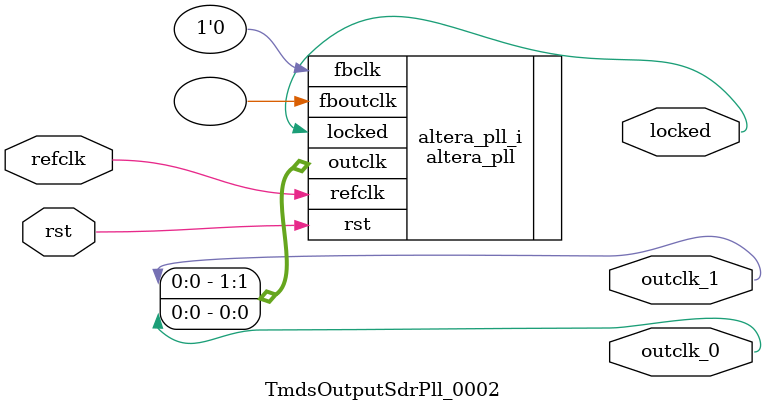
<source format=v>
`timescale 1ns/10ps
module  TmdsOutputSdrPll_0002(

	// interface 'refclk'
	input wire refclk,

	// interface 'reset'
	input wire rst,

	// interface 'outclk0'
	output wire outclk_0,

	// interface 'outclk1'
	output wire outclk_1,

	// interface 'locked'
	output wire locked
);

	altera_pll #(
		.fractional_vco_multiplier("false"),
		.reference_clock_frequency("74.25 MHz"),
		.pll_fractional_cout(32),
		.pll_dsm_out_sel("1st_order"),
		.operation_mode("source synchronous"),
		.number_of_clocks(2),
		.output_clock_frequency0("742.500000 MHz"),
		.phase_shift0("0 ps"),
		.duty_cycle0(50),
		.output_clock_frequency1("74.250000 MHz"),
		.phase_shift1("0 ps"),
		.duty_cycle1(50),
		.output_clock_frequency2("0 MHz"),
		.phase_shift2("0 ps"),
		.duty_cycle2(50),
		.output_clock_frequency3("0 MHz"),
		.phase_shift3("0 ps"),
		.duty_cycle3(50),
		.output_clock_frequency4("0 MHz"),
		.phase_shift4("0 ps"),
		.duty_cycle4(50),
		.output_clock_frequency5("0 MHz"),
		.phase_shift5("0 ps"),
		.duty_cycle5(50),
		.output_clock_frequency6("0 MHz"),
		.phase_shift6("0 ps"),
		.duty_cycle6(50),
		.output_clock_frequency7("0 MHz"),
		.phase_shift7("0 ps"),
		.duty_cycle7(50),
		.output_clock_frequency8("0 MHz"),
		.phase_shift8("0 ps"),
		.duty_cycle8(50),
		.output_clock_frequency9("0 MHz"),
		.phase_shift9("0 ps"),
		.duty_cycle9(50),
		.output_clock_frequency10("0 MHz"),
		.phase_shift10("0 ps"),
		.duty_cycle10(50),
		.output_clock_frequency11("0 MHz"),
		.phase_shift11("0 ps"),
		.duty_cycle11(50),
		.output_clock_frequency12("0 MHz"),
		.phase_shift12("0 ps"),
		.duty_cycle12(50),
		.output_clock_frequency13("0 MHz"),
		.phase_shift13("0 ps"),
		.duty_cycle13(50),
		.output_clock_frequency14("0 MHz"),
		.phase_shift14("0 ps"),
		.duty_cycle14(50),
		.output_clock_frequency15("0 MHz"),
		.phase_shift15("0 ps"),
		.duty_cycle15(50),
		.output_clock_frequency16("0 MHz"),
		.phase_shift16("0 ps"),
		.duty_cycle16(50),
		.output_clock_frequency17("0 MHz"),
		.phase_shift17("0 ps"),
		.duty_cycle17(50),
		.pll_type("Cyclone V"),
		.pll_subtype("General"),
		.m_cnt_hi_div(5),
		.m_cnt_lo_div(5),
		.n_cnt_hi_div(256),
		.n_cnt_lo_div(256),
		.m_cnt_bypass_en("false"),
		.n_cnt_bypass_en("true"),
		.m_cnt_odd_div_duty_en("false"),
		.n_cnt_odd_div_duty_en("false"),
		.c_cnt_hi_div0(256),
		.c_cnt_lo_div0(256),
		.c_cnt_prst0(1),
		.c_cnt_ph_mux_prst0(0),
		.c_cnt_in_src0("ph_mux_clk"),
		.c_cnt_bypass_en0("true"),
		.c_cnt_odd_div_duty_en0("false"),
		.c_cnt_hi_div1(5),
		.c_cnt_lo_div1(5),
		.c_cnt_prst1(1),
		.c_cnt_ph_mux_prst1(0),
		.c_cnt_in_src1("ph_mux_clk"),
		.c_cnt_bypass_en1("false"),
		.c_cnt_odd_div_duty_en1("false"),
		.c_cnt_hi_div2(1),
		.c_cnt_lo_div2(1),
		.c_cnt_prst2(1),
		.c_cnt_ph_mux_prst2(0),
		.c_cnt_in_src2("ph_mux_clk"),
		.c_cnt_bypass_en2("true"),
		.c_cnt_odd_div_duty_en2("false"),
		.c_cnt_hi_div3(1),
		.c_cnt_lo_div3(1),
		.c_cnt_prst3(1),
		.c_cnt_ph_mux_prst3(0),
		.c_cnt_in_src3("ph_mux_clk"),
		.c_cnt_bypass_en3("true"),
		.c_cnt_odd_div_duty_en3("false"),
		.c_cnt_hi_div4(1),
		.c_cnt_lo_div4(1),
		.c_cnt_prst4(1),
		.c_cnt_ph_mux_prst4(0),
		.c_cnt_in_src4("ph_mux_clk"),
		.c_cnt_bypass_en4("true"),
		.c_cnt_odd_div_duty_en4("false"),
		.c_cnt_hi_div5(1),
		.c_cnt_lo_div5(1),
		.c_cnt_prst5(1),
		.c_cnt_ph_mux_prst5(0),
		.c_cnt_in_src5("ph_mux_clk"),
		.c_cnt_bypass_en5("true"),
		.c_cnt_odd_div_duty_en5("false"),
		.c_cnt_hi_div6(1),
		.c_cnt_lo_div6(1),
		.c_cnt_prst6(1),
		.c_cnt_ph_mux_prst6(0),
		.c_cnt_in_src6("ph_mux_clk"),
		.c_cnt_bypass_en6("true"),
		.c_cnt_odd_div_duty_en6("false"),
		.c_cnt_hi_div7(1),
		.c_cnt_lo_div7(1),
		.c_cnt_prst7(1),
		.c_cnt_ph_mux_prst7(0),
		.c_cnt_in_src7("ph_mux_clk"),
		.c_cnt_bypass_en7("true"),
		.c_cnt_odd_div_duty_en7("false"),
		.c_cnt_hi_div8(1),
		.c_cnt_lo_div8(1),
		.c_cnt_prst8(1),
		.c_cnt_ph_mux_prst8(0),
		.c_cnt_in_src8("ph_mux_clk"),
		.c_cnt_bypass_en8("true"),
		.c_cnt_odd_div_duty_en8("false"),
		.c_cnt_hi_div9(1),
		.c_cnt_lo_div9(1),
		.c_cnt_prst9(1),
		.c_cnt_ph_mux_prst9(0),
		.c_cnt_in_src9("ph_mux_clk"),
		.c_cnt_bypass_en9("true"),
		.c_cnt_odd_div_duty_en9("false"),
		.c_cnt_hi_div10(1),
		.c_cnt_lo_div10(1),
		.c_cnt_prst10(1),
		.c_cnt_ph_mux_prst10(0),
		.c_cnt_in_src10("ph_mux_clk"),
		.c_cnt_bypass_en10("true"),
		.c_cnt_odd_div_duty_en10("false"),
		.c_cnt_hi_div11(1),
		.c_cnt_lo_div11(1),
		.c_cnt_prst11(1),
		.c_cnt_ph_mux_prst11(0),
		.c_cnt_in_src11("ph_mux_clk"),
		.c_cnt_bypass_en11("true"),
		.c_cnt_odd_div_duty_en11("false"),
		.c_cnt_hi_div12(1),
		.c_cnt_lo_div12(1),
		.c_cnt_prst12(1),
		.c_cnt_ph_mux_prst12(0),
		.c_cnt_in_src12("ph_mux_clk"),
		.c_cnt_bypass_en12("true"),
		.c_cnt_odd_div_duty_en12("false"),
		.c_cnt_hi_div13(1),
		.c_cnt_lo_div13(1),
		.c_cnt_prst13(1),
		.c_cnt_ph_mux_prst13(0),
		.c_cnt_in_src13("ph_mux_clk"),
		.c_cnt_bypass_en13("true"),
		.c_cnt_odd_div_duty_en13("false"),
		.c_cnt_hi_div14(1),
		.c_cnt_lo_div14(1),
		.c_cnt_prst14(1),
		.c_cnt_ph_mux_prst14(0),
		.c_cnt_in_src14("ph_mux_clk"),
		.c_cnt_bypass_en14("true"),
		.c_cnt_odd_div_duty_en14("false"),
		.c_cnt_hi_div15(1),
		.c_cnt_lo_div15(1),
		.c_cnt_prst15(1),
		.c_cnt_ph_mux_prst15(0),
		.c_cnt_in_src15("ph_mux_clk"),
		.c_cnt_bypass_en15("true"),
		.c_cnt_odd_div_duty_en15("false"),
		.c_cnt_hi_div16(1),
		.c_cnt_lo_div16(1),
		.c_cnt_prst16(1),
		.c_cnt_ph_mux_prst16(0),
		.c_cnt_in_src16("ph_mux_clk"),
		.c_cnt_bypass_en16("true"),
		.c_cnt_odd_div_duty_en16("false"),
		.c_cnt_hi_div17(1),
		.c_cnt_lo_div17(1),
		.c_cnt_prst17(1),
		.c_cnt_ph_mux_prst17(0),
		.c_cnt_in_src17("ph_mux_clk"),
		.c_cnt_bypass_en17("true"),
		.c_cnt_odd_div_duty_en17("false"),
		.pll_vco_div(1),
		.pll_cp_current(30),
		.pll_bwctrl(2000),
		.pll_output_clk_frequency("742.5 MHz"),
		.pll_fractional_division("1"),
		.mimic_fbclk_type("gclk"),
		.pll_fbclk_mux_1("glb"),
		.pll_fbclk_mux_2("fb_1"),
		.pll_m_cnt_in_src("ph_mux_clk"),
		.pll_slf_rst("true")
	) altera_pll_i (
		.rst	(rst),
		.outclk	({outclk_1, outclk_0}),
		.locked	(locked),
		.fboutclk	( ),
		.fbclk	(1'b0),
		.refclk	(refclk)
	);
endmodule


</source>
